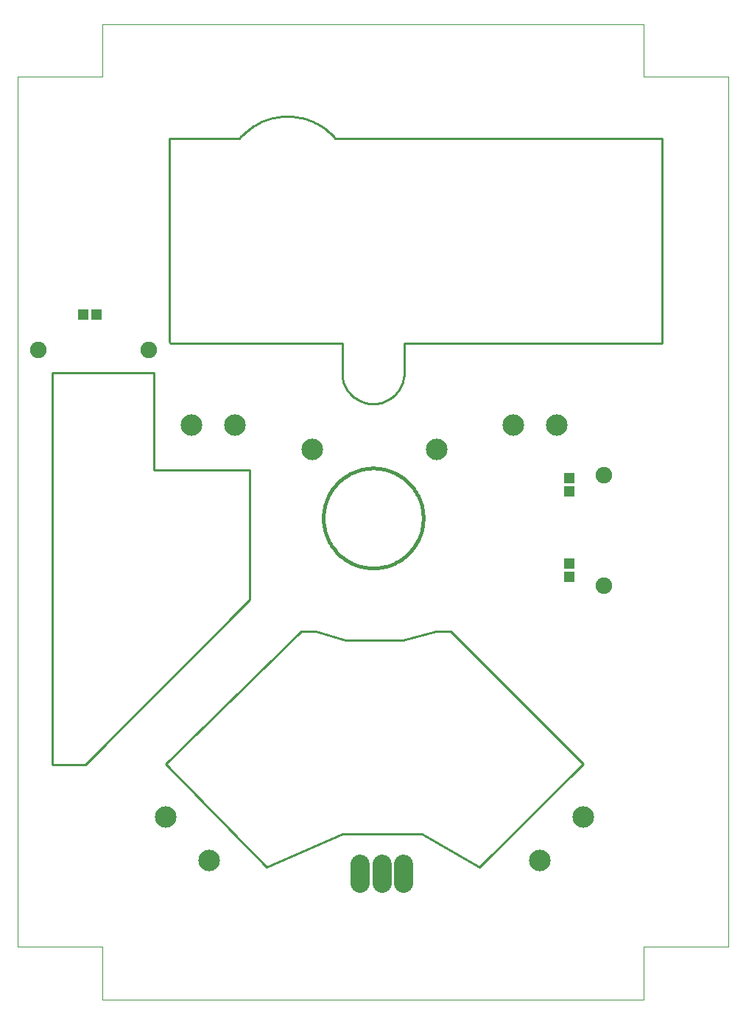
<source format=gbl>
G75*
%MOIN*%
%OFA0B0*%
%FSLAX24Y24*%
%IPPOS*%
%LPD*%
%AMOC8*
5,1,8,0,0,1.08239X$1,22.5*
%
%ADD10C,0.0000*%
%ADD11C,0.0100*%
%ADD12C,0.0160*%
%ADD13C,0.0748*%
%ADD14C,0.0856*%
%ADD15R,0.0495X0.0495*%
%ADD16C,0.0974*%
D10*
X000100Y002483D02*
X000100Y041849D01*
X003939Y041849D01*
X003941Y041849D01*
X003941Y044233D01*
X028437Y044233D01*
X028437Y041849D01*
X032277Y041849D01*
X032277Y002484D01*
X028437Y002484D01*
X028437Y000100D01*
X028437Y000100D01*
X003941Y000100D01*
X003941Y002484D01*
X000100Y002484D01*
X000100Y002483D02*
X000103Y002483D01*
X003939Y041849D02*
X003941Y041849D01*
X032139Y041852D02*
X032277Y041849D01*
D11*
X029234Y039076D02*
X014470Y039076D01*
X014401Y039154D01*
X014328Y039229D01*
X014253Y039302D01*
X014175Y039371D01*
X014095Y039438D01*
X014012Y039502D01*
X013927Y039563D01*
X013840Y039621D01*
X013751Y039675D01*
X013659Y039726D01*
X013566Y039774D01*
X013472Y039818D01*
X013376Y039859D01*
X013278Y039896D01*
X013179Y039930D01*
X013079Y039960D01*
X012978Y039987D01*
X012876Y040009D01*
X012773Y040028D01*
X012670Y040044D01*
X012566Y040055D01*
X012462Y040063D01*
X012357Y040067D01*
X012253Y040067D01*
X012148Y040063D01*
X012044Y040055D01*
X011940Y040044D01*
X011837Y040028D01*
X011734Y040009D01*
X011632Y039987D01*
X011531Y039960D01*
X011431Y039930D01*
X011332Y039896D01*
X011234Y039859D01*
X011138Y039818D01*
X011044Y039774D01*
X010951Y039726D01*
X010859Y039675D01*
X010770Y039621D01*
X010683Y039563D01*
X010598Y039502D01*
X010515Y039438D01*
X010435Y039371D01*
X010357Y039302D01*
X010282Y039229D01*
X010209Y039154D01*
X010140Y039076D01*
X010139Y039076D02*
X006990Y039076D01*
X006950Y039050D02*
X006950Y029850D01*
X007000Y029800D02*
X014800Y029800D01*
X014800Y028350D01*
X014786Y028328D02*
X014795Y028255D01*
X014808Y028182D01*
X014825Y028110D01*
X014845Y028040D01*
X014870Y027970D01*
X014898Y027901D01*
X014929Y027835D01*
X014964Y027770D01*
X015002Y027706D01*
X015044Y027645D01*
X015088Y027587D01*
X015136Y027530D01*
X015187Y027477D01*
X015240Y027426D01*
X015296Y027378D01*
X015355Y027332D01*
X015415Y027290D01*
X015478Y027252D01*
X015543Y027216D01*
X015610Y027184D01*
X015678Y027156D01*
X015747Y027131D01*
X015818Y027110D01*
X015890Y027093D01*
X015962Y027079D01*
X016036Y027070D01*
X016109Y027064D01*
X016183Y027062D01*
X016257Y027064D01*
X016330Y027070D01*
X016404Y027079D01*
X016476Y027093D01*
X016548Y027110D01*
X016619Y027131D01*
X016688Y027156D01*
X016756Y027184D01*
X016823Y027216D01*
X016888Y027252D01*
X016951Y027290D01*
X017011Y027332D01*
X017070Y027378D01*
X017126Y027426D01*
X017179Y027477D01*
X017230Y027530D01*
X017278Y027587D01*
X017322Y027645D01*
X017364Y027706D01*
X017402Y027770D01*
X017437Y027835D01*
X017468Y027901D01*
X017496Y027970D01*
X017521Y028040D01*
X017541Y028110D01*
X017558Y028182D01*
X017571Y028255D01*
X017580Y028328D01*
X017600Y028350D02*
X017600Y029800D01*
X029250Y029800D01*
X029250Y039050D01*
X019704Y016776D02*
X019031Y016776D01*
X017532Y016352D01*
X014943Y016352D01*
X013589Y016776D01*
X012919Y016776D01*
X006793Y010769D01*
X011368Y006104D01*
X014784Y007601D01*
X018384Y007601D01*
X021009Y006104D01*
X025691Y010769D01*
X019704Y016776D01*
X010609Y018182D02*
X010609Y024072D01*
X006257Y024072D01*
X006257Y028450D01*
X001678Y028450D01*
X001678Y010733D01*
X003163Y010733D01*
X010609Y018182D01*
D12*
X013930Y021887D02*
X013932Y021982D01*
X013938Y022076D01*
X013948Y022170D01*
X013962Y022264D01*
X013979Y022357D01*
X014001Y022449D01*
X014027Y022541D01*
X014056Y022631D01*
X014089Y022719D01*
X014125Y022807D01*
X014166Y022892D01*
X014210Y022976D01*
X014257Y023058D01*
X014308Y023138D01*
X014362Y023216D01*
X014419Y023291D01*
X014479Y023364D01*
X014543Y023435D01*
X014609Y023502D01*
X014678Y023567D01*
X014750Y023629D01*
X014824Y023688D01*
X014901Y023744D01*
X014979Y023796D01*
X015060Y023845D01*
X015143Y023891D01*
X015228Y023933D01*
X015315Y023971D01*
X015403Y024006D01*
X015492Y024037D01*
X015583Y024065D01*
X015675Y024088D01*
X015767Y024108D01*
X015861Y024124D01*
X015955Y024136D01*
X016049Y024144D01*
X016144Y024148D01*
X016238Y024148D01*
X016333Y024144D01*
X016427Y024136D01*
X016521Y024124D01*
X016615Y024108D01*
X016707Y024088D01*
X016799Y024065D01*
X016890Y024037D01*
X016979Y024006D01*
X017067Y023971D01*
X017154Y023933D01*
X017239Y023891D01*
X017321Y023845D01*
X017403Y023796D01*
X017481Y023744D01*
X017558Y023688D01*
X017632Y023629D01*
X017704Y023567D01*
X017773Y023502D01*
X017839Y023435D01*
X017903Y023364D01*
X017963Y023291D01*
X018020Y023216D01*
X018074Y023138D01*
X018125Y023058D01*
X018172Y022976D01*
X018216Y022892D01*
X018257Y022807D01*
X018293Y022719D01*
X018326Y022631D01*
X018355Y022541D01*
X018381Y022449D01*
X018403Y022357D01*
X018420Y022264D01*
X018434Y022170D01*
X018444Y022076D01*
X018450Y021982D01*
X018452Y021887D01*
X018450Y021792D01*
X018444Y021698D01*
X018434Y021604D01*
X018420Y021510D01*
X018403Y021417D01*
X018381Y021325D01*
X018355Y021233D01*
X018326Y021143D01*
X018293Y021055D01*
X018257Y020967D01*
X018216Y020882D01*
X018172Y020798D01*
X018125Y020716D01*
X018074Y020636D01*
X018020Y020558D01*
X017963Y020483D01*
X017903Y020410D01*
X017839Y020339D01*
X017773Y020272D01*
X017704Y020207D01*
X017632Y020145D01*
X017558Y020086D01*
X017481Y020030D01*
X017403Y019978D01*
X017322Y019929D01*
X017239Y019883D01*
X017154Y019841D01*
X017067Y019803D01*
X016979Y019768D01*
X016890Y019737D01*
X016799Y019709D01*
X016707Y019686D01*
X016615Y019666D01*
X016521Y019650D01*
X016427Y019638D01*
X016333Y019630D01*
X016238Y019626D01*
X016144Y019626D01*
X016049Y019630D01*
X015955Y019638D01*
X015861Y019650D01*
X015767Y019666D01*
X015675Y019686D01*
X015583Y019709D01*
X015492Y019737D01*
X015403Y019768D01*
X015315Y019803D01*
X015228Y019841D01*
X015143Y019883D01*
X015061Y019929D01*
X014979Y019978D01*
X014901Y020030D01*
X014824Y020086D01*
X014750Y020145D01*
X014678Y020207D01*
X014609Y020272D01*
X014543Y020339D01*
X014479Y020410D01*
X014419Y020483D01*
X014362Y020558D01*
X014308Y020636D01*
X014257Y020716D01*
X014210Y020798D01*
X014166Y020882D01*
X014125Y020967D01*
X014089Y021055D01*
X014056Y021143D01*
X014027Y021233D01*
X014001Y021325D01*
X013979Y021417D01*
X013962Y021510D01*
X013948Y021604D01*
X013938Y021698D01*
X013932Y021792D01*
X013930Y021887D01*
D13*
X006021Y029513D03*
X001021Y029513D03*
X026631Y023836D03*
X026631Y018836D03*
D14*
X017571Y006232D02*
X017571Y005376D01*
X016587Y005376D02*
X016587Y006232D01*
X015602Y006232D02*
X015602Y005376D01*
D15*
X025068Y019241D03*
X025068Y019841D03*
X025051Y023090D03*
X025051Y023690D03*
X003663Y031104D03*
X003063Y031104D03*
D16*
X007974Y026084D03*
X009943Y026084D03*
X013427Y024982D03*
X019057Y024982D03*
X022541Y026084D03*
X024509Y026084D03*
X025691Y008368D03*
X023722Y006399D03*
X008761Y006399D03*
X006793Y008368D03*
M02*

</source>
